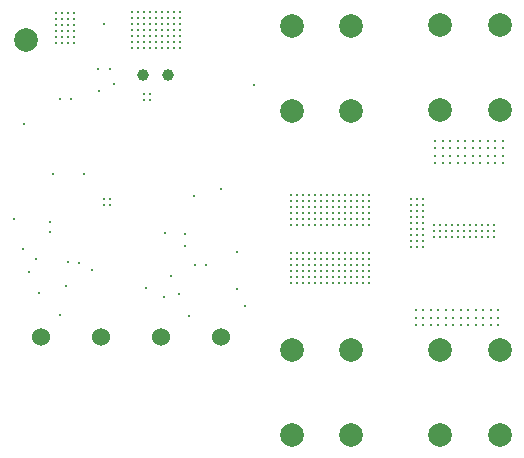
<source format=gbr>
G04 Layer_Color=0*
%FSLAX25Y25*%
%MOIN*%
%TF.FileFunction,PTH,Drill*%
%TF.Part,Single*%
G01*
G75*
%TA.AperFunction,OtherDrill*%
%ADD62C,0.03937*%
%TA.AperFunction,OtherDrill*%
%ADD63C,0.07874*%
%TA.AperFunction,ComponentDrill*%
%ADD64C,0.06000*%
%TA.AperFunction,ComponentDrill*%
%ADD65C,0.07874*%
%TA.AperFunction,ViaDrill*%
%ADD66C,0.01000*%
D62*
X410000Y336000D02*
D03*
X401500D02*
D03*
D63*
X362500Y347500D02*
D03*
D64*
X367500Y248500D02*
D03*
X387500D02*
D03*
X407500D02*
D03*
X427500D02*
D03*
D65*
X500658Y244173D02*
D03*
X520342D02*
D03*
Y215827D02*
D03*
X500658D02*
D03*
X451158Y244173D02*
D03*
X470843D02*
D03*
Y215827D02*
D03*
X451158D02*
D03*
Y352173D02*
D03*
X470843D02*
D03*
Y323827D02*
D03*
X451158D02*
D03*
X500658Y352673D02*
D03*
X520342D02*
D03*
Y324327D02*
D03*
X500658D02*
D03*
D66*
X435500Y259000D02*
D03*
X388500Y353000D02*
D03*
X387000Y330500D02*
D03*
X438500Y332500D02*
D03*
X382000Y303000D02*
D03*
X371500D02*
D03*
X362000Y319500D02*
D03*
X363587Y270413D02*
D03*
X358500Y287750D02*
D03*
X374000Y256000D02*
D03*
X366740Y263260D02*
D03*
X361531Y277969D02*
D03*
X384500Y271000D02*
D03*
X408500Y262000D02*
D03*
X375988Y265488D02*
D03*
X370500Y287000D02*
D03*
X380240Y273240D02*
D03*
X366000Y274500D02*
D03*
X376500Y273500D02*
D03*
X404000Y345000D02*
D03*
X402000D02*
D03*
X400000D02*
D03*
X398000D02*
D03*
Y347000D02*
D03*
X400000D02*
D03*
X402000D02*
D03*
X404000D02*
D03*
Y349000D02*
D03*
X402000D02*
D03*
X400000D02*
D03*
X398000D02*
D03*
Y351000D02*
D03*
X400000D02*
D03*
X402000D02*
D03*
X404000D02*
D03*
Y353000D02*
D03*
X402000D02*
D03*
X400000D02*
D03*
X398000D02*
D03*
X370500Y283500D02*
D03*
X390500Y338000D02*
D03*
X386500D02*
D03*
X374000Y328000D02*
D03*
X377500D02*
D03*
X372500Y346500D02*
D03*
X374500D02*
D03*
X376500D02*
D03*
X378500D02*
D03*
Y348500D02*
D03*
X376500D02*
D03*
X374500D02*
D03*
X372500D02*
D03*
Y350500D02*
D03*
Y352500D02*
D03*
X374500Y350500D02*
D03*
X376500D02*
D03*
X378500D02*
D03*
Y352500D02*
D03*
X376500D02*
D03*
X374500D02*
D03*
X372500Y354500D02*
D03*
Y356500D02*
D03*
X374500Y354500D02*
D03*
X376500D02*
D03*
X374500Y356500D02*
D03*
X376500D02*
D03*
X378500D02*
D03*
Y354500D02*
D03*
X414000Y345000D02*
D03*
Y347000D02*
D03*
Y349000D02*
D03*
Y351000D02*
D03*
Y353000D02*
D03*
Y355000D02*
D03*
Y357000D02*
D03*
X412000D02*
D03*
X410000D02*
D03*
X408000D02*
D03*
X406000D02*
D03*
X404000D02*
D03*
X402000D02*
D03*
X400000D02*
D03*
X398000D02*
D03*
Y355000D02*
D03*
X400000D02*
D03*
X402000D02*
D03*
X404000D02*
D03*
X406000D02*
D03*
X408000D02*
D03*
X410000D02*
D03*
X412000D02*
D03*
Y353000D02*
D03*
X410000D02*
D03*
Y351000D02*
D03*
X412000D02*
D03*
Y349000D02*
D03*
X410000D02*
D03*
Y347000D02*
D03*
X412000D02*
D03*
Y345000D02*
D03*
X410000D02*
D03*
X408000D02*
D03*
X406000D02*
D03*
Y347000D02*
D03*
X408000D02*
D03*
Y349000D02*
D03*
X406000D02*
D03*
Y351000D02*
D03*
X408000D02*
D03*
Y353000D02*
D03*
X406000D02*
D03*
X451000Y296000D02*
D03*
X453000D02*
D03*
X455000D02*
D03*
X457000D02*
D03*
X459000D02*
D03*
X461000D02*
D03*
X463000D02*
D03*
X465000D02*
D03*
X467000D02*
D03*
X469000D02*
D03*
X471000D02*
D03*
X473000D02*
D03*
X475000D02*
D03*
X477000D02*
D03*
Y294000D02*
D03*
X475000D02*
D03*
X473000D02*
D03*
X471000D02*
D03*
Y292000D02*
D03*
X473000D02*
D03*
X475000D02*
D03*
X477000D02*
D03*
Y290000D02*
D03*
X475000D02*
D03*
X473000D02*
D03*
X471000D02*
D03*
Y288000D02*
D03*
X473000D02*
D03*
X475000D02*
D03*
X477000D02*
D03*
Y286000D02*
D03*
X475000D02*
D03*
X473000D02*
D03*
X471000D02*
D03*
X417000Y255500D02*
D03*
X411000Y269000D02*
D03*
X413500Y263000D02*
D03*
X408827Y283327D02*
D03*
X418760Y272500D02*
D03*
X415500Y279000D02*
D03*
X422500Y272500D02*
D03*
X504000Y314000D02*
D03*
X506500D02*
D03*
X509000D02*
D03*
X511500D02*
D03*
X514000D02*
D03*
X516500D02*
D03*
X504000Y311500D02*
D03*
X506500D02*
D03*
X509000D02*
D03*
X511500D02*
D03*
X514000D02*
D03*
X516500D02*
D03*
Y309000D02*
D03*
X514000D02*
D03*
X511500D02*
D03*
X509000D02*
D03*
X506500D02*
D03*
X504000D02*
D03*
X501500Y314000D02*
D03*
Y311500D02*
D03*
Y309000D02*
D03*
X499000D02*
D03*
Y311500D02*
D03*
Y314000D02*
D03*
X519000D02*
D03*
Y311500D02*
D03*
Y309000D02*
D03*
X521500D02*
D03*
Y311500D02*
D03*
Y314000D02*
D03*
Y306500D02*
D03*
X519000D02*
D03*
X516500D02*
D03*
X514000D02*
D03*
X511500D02*
D03*
X509000D02*
D03*
X506500D02*
D03*
X504000D02*
D03*
X501500D02*
D03*
X499000D02*
D03*
X520000Y252500D02*
D03*
X517500D02*
D03*
X515000D02*
D03*
X512500D02*
D03*
X510000D02*
D03*
X507500D02*
D03*
X505000D02*
D03*
X502500D02*
D03*
X500000D02*
D03*
X497500D02*
D03*
X495000D02*
D03*
X492500D02*
D03*
Y255000D02*
D03*
X495000D02*
D03*
X497500D02*
D03*
X500000D02*
D03*
X502500D02*
D03*
X505000D02*
D03*
X507500D02*
D03*
X510000D02*
D03*
X512500D02*
D03*
X515000D02*
D03*
X517500D02*
D03*
X520000D02*
D03*
Y257500D02*
D03*
X517500D02*
D03*
X515000D02*
D03*
X512500D02*
D03*
X510000D02*
D03*
X507500D02*
D03*
X505000D02*
D03*
X502500D02*
D03*
X500000D02*
D03*
X497500D02*
D03*
X495000D02*
D03*
X492500D02*
D03*
X451000Y276500D02*
D03*
X453000D02*
D03*
X455000D02*
D03*
X457000D02*
D03*
X459000D02*
D03*
X461000D02*
D03*
X463000D02*
D03*
X465000D02*
D03*
X467000D02*
D03*
X469000D02*
D03*
X451000Y274500D02*
D03*
X453000D02*
D03*
X455000D02*
D03*
X457000D02*
D03*
X459000D02*
D03*
X461000D02*
D03*
X463000D02*
D03*
X465000D02*
D03*
X467000D02*
D03*
X469000D02*
D03*
Y272500D02*
D03*
X467000D02*
D03*
X465000D02*
D03*
X463000D02*
D03*
X461000D02*
D03*
X457000D02*
D03*
X455000D02*
D03*
X453000D02*
D03*
X451000D02*
D03*
X459000D02*
D03*
X451000Y270500D02*
D03*
Y268500D02*
D03*
Y266500D02*
D03*
X453000Y270500D02*
D03*
Y268500D02*
D03*
Y266500D02*
D03*
X455000D02*
D03*
Y268500D02*
D03*
Y270500D02*
D03*
X459000D02*
D03*
X461000D02*
D03*
X463000D02*
D03*
X465000D02*
D03*
X467000D02*
D03*
X469000D02*
D03*
Y268500D02*
D03*
X467000D02*
D03*
X465000D02*
D03*
X457000Y270500D02*
D03*
Y268500D02*
D03*
X459000D02*
D03*
X461000D02*
D03*
X457000Y266500D02*
D03*
X459000D02*
D03*
X461000D02*
D03*
X463000Y268500D02*
D03*
Y266500D02*
D03*
X465000D02*
D03*
X467000D02*
D03*
X469000D02*
D03*
X471000Y276500D02*
D03*
Y274500D02*
D03*
Y272500D02*
D03*
Y270500D02*
D03*
Y268500D02*
D03*
Y266500D02*
D03*
X473000Y276500D02*
D03*
Y274500D02*
D03*
Y272500D02*
D03*
Y270500D02*
D03*
Y268500D02*
D03*
Y266500D02*
D03*
X475000Y276500D02*
D03*
Y274500D02*
D03*
Y272500D02*
D03*
Y270500D02*
D03*
Y268500D02*
D03*
Y266500D02*
D03*
X451000Y286000D02*
D03*
X453000D02*
D03*
X455000D02*
D03*
X457000D02*
D03*
X459000D02*
D03*
X461000D02*
D03*
X463000D02*
D03*
X465000D02*
D03*
X467000D02*
D03*
X469000D02*
D03*
Y288000D02*
D03*
X467000D02*
D03*
X465000D02*
D03*
X463000D02*
D03*
X461000D02*
D03*
X459000D02*
D03*
X457000D02*
D03*
X455000D02*
D03*
X453000D02*
D03*
X451000D02*
D03*
Y290000D02*
D03*
X453000D02*
D03*
X455000D02*
D03*
X457000D02*
D03*
X459000D02*
D03*
X463000D02*
D03*
X465000D02*
D03*
X467000D02*
D03*
X469000D02*
D03*
X461000D02*
D03*
X477000Y276500D02*
D03*
Y274500D02*
D03*
Y272500D02*
D03*
Y270500D02*
D03*
Y268500D02*
D03*
Y266500D02*
D03*
X451000Y292000D02*
D03*
X453000D02*
D03*
X455000D02*
D03*
X457000D02*
D03*
X459000D02*
D03*
X461000D02*
D03*
X463000D02*
D03*
X465000D02*
D03*
X467000D02*
D03*
X469000D02*
D03*
Y294000D02*
D03*
X467000D02*
D03*
X465000D02*
D03*
X463000D02*
D03*
X461000D02*
D03*
X459000D02*
D03*
X457000D02*
D03*
X455000D02*
D03*
X453000D02*
D03*
X451000D02*
D03*
X391968Y332968D02*
D03*
X388500Y292500D02*
D03*
X390500Y294500D02*
D03*
X388500D02*
D03*
X390500Y292500D02*
D03*
X402000Y329500D02*
D03*
X427500Y298000D02*
D03*
X433000Y264500D02*
D03*
Y277000D02*
D03*
X418469Y295532D02*
D03*
X415500Y283000D02*
D03*
X402500Y265000D02*
D03*
X402000Y327500D02*
D03*
X404000Y329500D02*
D03*
Y327500D02*
D03*
X495000Y282500D02*
D03*
Y284500D02*
D03*
Y286500D02*
D03*
X493000D02*
D03*
X491000D02*
D03*
X493000Y284500D02*
D03*
X491000D02*
D03*
X493000Y282500D02*
D03*
X491000D02*
D03*
X495000Y288500D02*
D03*
X493000D02*
D03*
X491000D02*
D03*
Y290500D02*
D03*
X493000D02*
D03*
X495000D02*
D03*
Y292500D02*
D03*
X493000D02*
D03*
X491000D02*
D03*
Y280500D02*
D03*
Y278500D02*
D03*
X493000D02*
D03*
X495000Y280500D02*
D03*
Y278500D02*
D03*
X493000Y280500D02*
D03*
X495000Y294500D02*
D03*
X493000D02*
D03*
X491000D02*
D03*
X498500Y286000D02*
D03*
Y284000D02*
D03*
Y282000D02*
D03*
X500500D02*
D03*
Y284000D02*
D03*
Y286000D02*
D03*
X502500D02*
D03*
Y284000D02*
D03*
Y282000D02*
D03*
X504500D02*
D03*
Y284000D02*
D03*
Y286000D02*
D03*
X506500D02*
D03*
Y284000D02*
D03*
Y282000D02*
D03*
X508500D02*
D03*
Y284000D02*
D03*
Y286000D02*
D03*
X510500D02*
D03*
Y284000D02*
D03*
Y282000D02*
D03*
X512500D02*
D03*
Y284000D02*
D03*
Y286000D02*
D03*
X514500D02*
D03*
Y284000D02*
D03*
Y282000D02*
D03*
X516500D02*
D03*
Y284000D02*
D03*
Y286000D02*
D03*
X518500D02*
D03*
Y284000D02*
D03*
Y282000D02*
D03*
%TF.MD5,1934FDE3F25FD38E2D9466985AA14EA2*%
M02*

</source>
